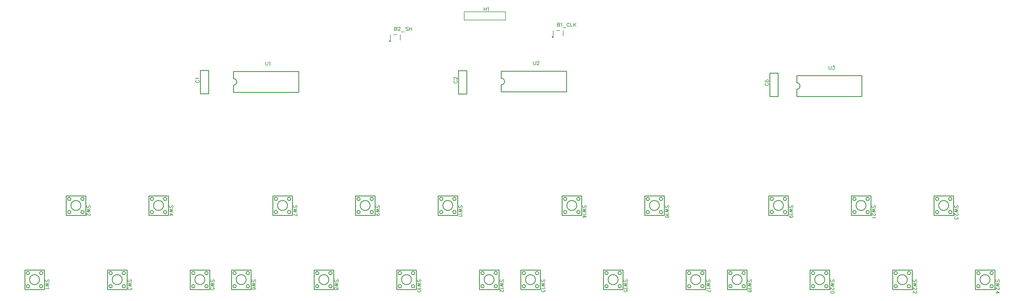
<source format=gto>
G04 Layer: TopSilkscreenLayer*
G04 EasyEDA v6.5.40, 2024-08-14 23:42:52*
G04 cb6e2e9fbd21486d88ae5690d2d3dc00,10*
G04 Gerber Generator version 0.2*
G04 Scale: 100 percent, Rotated: No, Reflected: No *
G04 Dimensions in millimeters *
G04 leading zeros omitted , absolute positions ,4 integer and 5 decimal *
%FSLAX45Y45*%
%MOMM*%

%ADD10C,0.1524*%
%ADD11C,0.2540*%
%ADD12C,0.2032*%
%ADD13C,0.2030*%
%ADD14C,0.3000*%
%ADD15C,0.0156*%

%LPD*%
D10*
X5739937Y4624532D02*
G01*
X5729546Y4619335D01*
X5719155Y4608944D01*
X5713961Y4598555D01*
X5713961Y4577773D01*
X5719155Y4567382D01*
X5729546Y4556991D01*
X5739937Y4551794D01*
X5755525Y4546600D01*
X5781502Y4546600D01*
X5797087Y4551794D01*
X5807478Y4556991D01*
X5817870Y4567382D01*
X5823064Y4577773D01*
X5823064Y4598555D01*
X5817870Y4608944D01*
X5807478Y4619335D01*
X5797087Y4624532D01*
X5734743Y4658822D02*
G01*
X5729546Y4669213D01*
X5713961Y4684798D01*
X5823064Y4684798D01*
X13673206Y4611832D02*
G01*
X13662814Y4606635D01*
X13652423Y4596244D01*
X13647229Y4585855D01*
X13647229Y4565073D01*
X13652423Y4554682D01*
X13662814Y4544291D01*
X13673206Y4539094D01*
X13688794Y4533900D01*
X13714770Y4533900D01*
X13730356Y4539094D01*
X13740747Y4544291D01*
X13751138Y4554682D01*
X13756332Y4565073D01*
X13756332Y4585855D01*
X13751138Y4596244D01*
X13740747Y4606635D01*
X13730356Y4611832D01*
X13673206Y4651316D02*
G01*
X13668011Y4651316D01*
X13657620Y4656513D01*
X13652423Y4661707D01*
X13647229Y4672098D01*
X13647229Y4692881D01*
X13652423Y4703272D01*
X13657620Y4708466D01*
X13668011Y4713663D01*
X13678402Y4713663D01*
X13688794Y4708466D01*
X13704379Y4698075D01*
X13756332Y4646122D01*
X13756332Y4718857D01*
X10082009Y-1596644D02*
G01*
X10092423Y-1586229D01*
X10097503Y-1570736D01*
X10097503Y-1549907D01*
X10092423Y-1534413D01*
X10082009Y-1524000D01*
X10071595Y-1524000D01*
X10061181Y-1529079D01*
X10055847Y-1534413D01*
X10050767Y-1544828D01*
X10040353Y-1576070D01*
X10035273Y-1586229D01*
X10029939Y-1591563D01*
X10019525Y-1596644D01*
X10004031Y-1596644D01*
X9993617Y-1586229D01*
X9988537Y-1570736D01*
X9988537Y-1549907D01*
X9993617Y-1534413D01*
X10004031Y-1524000D01*
X10097503Y-1630934D02*
G01*
X9988537Y-1657095D01*
X10097503Y-1683004D02*
G01*
X9988537Y-1657095D01*
X10097503Y-1683004D02*
G01*
X9988537Y-1708912D01*
X10097503Y-1734820D02*
G01*
X9988537Y-1708912D01*
X10097503Y-1795271D02*
G01*
X10092423Y-1779523D01*
X10082009Y-1774444D01*
X10071595Y-1774444D01*
X10061181Y-1779523D01*
X10055847Y-1789937D01*
X10050767Y-1810765D01*
X10045687Y-1826260D01*
X10035273Y-1836673D01*
X10024859Y-1842007D01*
X10009111Y-1842007D01*
X9998697Y-1836673D01*
X9993617Y-1831594D01*
X9988537Y-1816100D01*
X9988537Y-1795271D01*
X9993617Y-1779523D01*
X9998697Y-1774444D01*
X10009111Y-1769110D01*
X10024859Y-1769110D01*
X10035273Y-1774444D01*
X10045687Y-1784857D01*
X10050767Y-1800352D01*
X10055847Y-1821179D01*
X10061181Y-1831594D01*
X10071595Y-1836673D01*
X10082009Y-1836673D01*
X10092423Y-1831594D01*
X10097503Y-1816100D01*
X10097503Y-1795271D01*
X11352009Y689355D02*
G01*
X11362423Y699770D01*
X11367503Y715263D01*
X11367503Y736092D01*
X11362423Y751586D01*
X11352009Y762000D01*
X11341595Y762000D01*
X11331181Y756920D01*
X11325847Y751586D01*
X11320767Y741171D01*
X11310353Y709929D01*
X11305273Y699770D01*
X11299939Y694436D01*
X11289525Y689355D01*
X11274031Y689355D01*
X11263617Y699770D01*
X11258537Y715263D01*
X11258537Y736092D01*
X11263617Y751586D01*
X11274031Y762000D01*
X11367503Y655065D02*
G01*
X11258537Y628904D01*
X11367503Y602995D02*
G01*
X11258537Y628904D01*
X11367503Y602995D02*
G01*
X11258537Y577087D01*
X11367503Y551179D02*
G01*
X11258537Y577087D01*
X11331181Y449326D02*
G01*
X11315687Y454405D01*
X11305273Y464820D01*
X11299939Y480313D01*
X11299939Y485647D01*
X11305273Y501142D01*
X11315687Y511555D01*
X11331181Y516889D01*
X11336261Y516889D01*
X11352009Y511555D01*
X11362423Y501142D01*
X11367503Y485647D01*
X11367503Y480313D01*
X11362423Y464820D01*
X11352009Y454405D01*
X11331181Y449326D01*
X11305273Y449326D01*
X11279111Y454405D01*
X11263617Y464820D01*
X11258537Y480313D01*
X11258537Y490728D01*
X11263617Y506476D01*
X11274031Y511555D01*
X12622009Y-1596644D02*
G01*
X12632423Y-1586229D01*
X12637503Y-1570736D01*
X12637503Y-1549907D01*
X12632423Y-1534413D01*
X12622009Y-1524000D01*
X12611595Y-1524000D01*
X12601181Y-1529079D01*
X12595847Y-1534413D01*
X12590767Y-1544828D01*
X12580353Y-1576070D01*
X12575273Y-1586229D01*
X12569939Y-1591563D01*
X12559525Y-1596644D01*
X12544031Y-1596644D01*
X12533617Y-1586229D01*
X12528537Y-1570736D01*
X12528537Y-1549907D01*
X12533617Y-1534413D01*
X12544031Y-1524000D01*
X12637503Y-1630934D02*
G01*
X12528537Y-1657095D01*
X12637503Y-1683004D02*
G01*
X12528537Y-1657095D01*
X12637503Y-1683004D02*
G01*
X12528537Y-1708912D01*
X12637503Y-1734820D02*
G01*
X12528537Y-1708912D01*
X12616675Y-1769110D02*
G01*
X12622009Y-1779523D01*
X12637503Y-1795271D01*
X12528537Y-1795271D01*
X12637503Y-1860550D02*
G01*
X12632423Y-1845055D01*
X12616675Y-1834642D01*
X12590767Y-1829562D01*
X12575273Y-1829562D01*
X12549111Y-1834642D01*
X12533617Y-1845055D01*
X12528537Y-1860550D01*
X12528537Y-1870963D01*
X12533617Y-1886712D01*
X12549111Y-1897126D01*
X12575273Y-1902205D01*
X12590767Y-1902205D01*
X12616675Y-1897126D01*
X12632423Y-1886712D01*
X12637503Y-1870963D01*
X12637503Y-1860550D01*
X13892009Y689355D02*
G01*
X13902423Y699770D01*
X13907503Y715263D01*
X13907503Y736092D01*
X13902423Y751586D01*
X13892009Y762000D01*
X13881595Y762000D01*
X13871181Y756920D01*
X13865847Y751586D01*
X13860767Y741171D01*
X13850353Y709929D01*
X13845273Y699770D01*
X13839939Y694436D01*
X13829525Y689355D01*
X13814031Y689355D01*
X13803617Y699770D01*
X13798537Y715263D01*
X13798537Y736092D01*
X13803617Y751586D01*
X13814031Y762000D01*
X13907503Y655065D02*
G01*
X13798537Y628904D01*
X13907503Y602995D02*
G01*
X13798537Y628904D01*
X13907503Y602995D02*
G01*
X13798537Y577087D01*
X13907503Y551179D02*
G01*
X13798537Y577087D01*
X13886675Y516889D02*
G01*
X13892009Y506476D01*
X13907503Y490728D01*
X13798537Y490728D01*
X13886675Y456437D02*
G01*
X13892009Y446023D01*
X13907503Y430529D01*
X13798537Y430529D01*
X15162009Y-1596644D02*
G01*
X15172423Y-1586229D01*
X15177503Y-1570736D01*
X15177503Y-1549907D01*
X15172423Y-1534413D01*
X15162009Y-1524000D01*
X15151595Y-1524000D01*
X15141181Y-1529079D01*
X15135847Y-1534413D01*
X15130767Y-1544828D01*
X15120353Y-1576070D01*
X15115273Y-1586229D01*
X15109939Y-1591563D01*
X15099525Y-1596644D01*
X15084031Y-1596644D01*
X15073617Y-1586229D01*
X15068537Y-1570736D01*
X15068537Y-1549907D01*
X15073617Y-1534413D01*
X15084031Y-1524000D01*
X15177503Y-1630934D02*
G01*
X15068537Y-1657095D01*
X15177503Y-1683004D02*
G01*
X15068537Y-1657095D01*
X15177503Y-1683004D02*
G01*
X15068537Y-1708912D01*
X15177503Y-1734820D02*
G01*
X15068537Y-1708912D01*
X15156675Y-1769110D02*
G01*
X15162009Y-1779523D01*
X15177503Y-1795271D01*
X15068537Y-1795271D01*
X15151595Y-1834642D02*
G01*
X15156675Y-1834642D01*
X15167089Y-1839976D01*
X15172423Y-1845055D01*
X15177503Y-1855470D01*
X15177503Y-1876297D01*
X15172423Y-1886712D01*
X15167089Y-1891792D01*
X15156675Y-1897126D01*
X15146261Y-1897126D01*
X15135847Y-1891792D01*
X15120353Y-1881378D01*
X15068537Y-1829562D01*
X15068537Y-1902205D01*
X16432009Y-1596644D02*
G01*
X16442423Y-1586229D01*
X16447503Y-1570736D01*
X16447503Y-1549907D01*
X16442423Y-1534413D01*
X16432009Y-1524000D01*
X16421595Y-1524000D01*
X16411181Y-1529079D01*
X16405847Y-1534413D01*
X16400767Y-1544828D01*
X16390353Y-1576070D01*
X16385273Y-1586229D01*
X16379939Y-1591563D01*
X16369525Y-1596644D01*
X16354031Y-1596644D01*
X16343617Y-1586229D01*
X16338537Y-1570736D01*
X16338537Y-1549907D01*
X16343617Y-1534413D01*
X16354031Y-1524000D01*
X16447503Y-1630934D02*
G01*
X16338537Y-1657095D01*
X16447503Y-1683004D02*
G01*
X16338537Y-1657095D01*
X16447503Y-1683004D02*
G01*
X16338537Y-1708912D01*
X16447503Y-1734820D02*
G01*
X16338537Y-1708912D01*
X16426675Y-1769110D02*
G01*
X16432009Y-1779523D01*
X16447503Y-1795271D01*
X16338537Y-1795271D01*
X16447503Y-1839976D02*
G01*
X16447503Y-1897126D01*
X16405847Y-1865884D01*
X16405847Y-1881378D01*
X16400767Y-1891792D01*
X16395687Y-1897126D01*
X16379939Y-1902205D01*
X16369525Y-1902205D01*
X16354031Y-1897126D01*
X16343617Y-1886712D01*
X16338537Y-1870963D01*
X16338537Y-1855470D01*
X16343617Y-1839976D01*
X16348697Y-1834642D01*
X16359111Y-1829562D01*
X17702009Y689355D02*
G01*
X17712423Y699770D01*
X17717503Y715263D01*
X17717503Y736092D01*
X17712423Y751586D01*
X17702009Y762000D01*
X17691595Y762000D01*
X17681181Y756920D01*
X17675847Y751586D01*
X17670767Y741171D01*
X17660353Y709929D01*
X17655273Y699770D01*
X17649939Y694436D01*
X17639525Y689355D01*
X17624031Y689355D01*
X17613617Y699770D01*
X17608537Y715263D01*
X17608537Y736092D01*
X17613617Y751586D01*
X17624031Y762000D01*
X17717503Y655065D02*
G01*
X17608537Y628904D01*
X17717503Y602995D02*
G01*
X17608537Y628904D01*
X17717503Y602995D02*
G01*
X17608537Y577087D01*
X17717503Y551179D02*
G01*
X17608537Y577087D01*
X17696675Y516889D02*
G01*
X17702009Y506476D01*
X17717503Y490728D01*
X17608537Y490728D01*
X17717503Y404621D02*
G01*
X17644859Y456437D01*
X17644859Y378460D01*
X17717503Y404621D02*
G01*
X17608537Y404621D01*
X18972009Y-1596644D02*
G01*
X18982423Y-1586229D01*
X18987503Y-1570736D01*
X18987503Y-1549907D01*
X18982423Y-1534413D01*
X18972009Y-1524000D01*
X18961595Y-1524000D01*
X18951181Y-1529079D01*
X18945847Y-1534413D01*
X18940767Y-1544828D01*
X18930353Y-1576070D01*
X18925273Y-1586229D01*
X18919939Y-1591563D01*
X18909525Y-1596644D01*
X18894031Y-1596644D01*
X18883617Y-1586229D01*
X18878537Y-1570736D01*
X18878537Y-1549907D01*
X18883617Y-1534413D01*
X18894031Y-1524000D01*
X18987503Y-1630934D02*
G01*
X18878537Y-1657095D01*
X18987503Y-1683004D02*
G01*
X18878537Y-1657095D01*
X18987503Y-1683004D02*
G01*
X18878537Y-1708912D01*
X18987503Y-1734820D02*
G01*
X18878537Y-1708912D01*
X18966675Y-1769110D02*
G01*
X18972009Y-1779523D01*
X18987503Y-1795271D01*
X18878537Y-1795271D01*
X18987503Y-1891792D02*
G01*
X18987503Y-1839976D01*
X18940767Y-1834642D01*
X18945847Y-1839976D01*
X18951181Y-1855470D01*
X18951181Y-1870963D01*
X18945847Y-1886712D01*
X18935687Y-1897126D01*
X18919939Y-1902205D01*
X18909525Y-1902205D01*
X18894031Y-1897126D01*
X18883617Y-1886712D01*
X18878537Y-1870963D01*
X18878537Y-1855470D01*
X18883617Y-1839976D01*
X18888697Y-1834642D01*
X18899111Y-1829562D01*
X20242009Y689355D02*
G01*
X20252423Y699770D01*
X20257503Y715263D01*
X20257503Y736092D01*
X20252423Y751586D01*
X20242009Y762000D01*
X20231595Y762000D01*
X20221181Y756920D01*
X20215847Y751586D01*
X20210767Y741171D01*
X20200353Y709929D01*
X20195273Y699770D01*
X20189939Y694436D01*
X20179525Y689355D01*
X20164031Y689355D01*
X20153617Y699770D01*
X20148537Y715263D01*
X20148537Y736092D01*
X20153617Y751586D01*
X20164031Y762000D01*
X20257503Y655065D02*
G01*
X20148537Y628904D01*
X20257503Y602995D02*
G01*
X20148537Y628904D01*
X20257503Y602995D02*
G01*
X20148537Y577087D01*
X20257503Y551179D02*
G01*
X20148537Y577087D01*
X20236675Y516889D02*
G01*
X20242009Y506476D01*
X20257503Y490728D01*
X20148537Y490728D01*
X20242009Y394207D02*
G01*
X20252423Y399287D01*
X20257503Y415036D01*
X20257503Y425450D01*
X20252423Y440944D01*
X20236675Y451357D01*
X20210767Y456437D01*
X20184859Y456437D01*
X20164031Y451357D01*
X20153617Y440944D01*
X20148537Y425450D01*
X20148537Y420115D01*
X20153617Y404621D01*
X20164031Y394207D01*
X20179525Y388873D01*
X20184859Y388873D01*
X20200353Y394207D01*
X20210767Y404621D01*
X20215847Y420115D01*
X20215847Y425450D01*
X20210767Y440944D01*
X20200353Y451357D01*
X20184859Y456437D01*
X21512009Y-1596644D02*
G01*
X21522423Y-1586229D01*
X21527503Y-1570736D01*
X21527503Y-1549907D01*
X21522423Y-1534413D01*
X21512009Y-1524000D01*
X21501595Y-1524000D01*
X21491181Y-1529079D01*
X21485847Y-1534413D01*
X21480767Y-1544828D01*
X21470353Y-1576070D01*
X21465273Y-1586229D01*
X21459939Y-1591563D01*
X21449525Y-1596644D01*
X21434031Y-1596644D01*
X21423617Y-1586229D01*
X21418537Y-1570736D01*
X21418537Y-1549907D01*
X21423617Y-1534413D01*
X21434031Y-1524000D01*
X21527503Y-1630934D02*
G01*
X21418537Y-1657095D01*
X21527503Y-1683004D02*
G01*
X21418537Y-1657095D01*
X21527503Y-1683004D02*
G01*
X21418537Y-1708912D01*
X21527503Y-1734820D02*
G01*
X21418537Y-1708912D01*
X21506675Y-1769110D02*
G01*
X21512009Y-1779523D01*
X21527503Y-1795271D01*
X21418537Y-1795271D01*
X21527503Y-1902205D02*
G01*
X21418537Y-1850389D01*
X21527503Y-1829562D02*
G01*
X21527503Y-1902205D01*
X22782009Y-1596644D02*
G01*
X22792423Y-1586229D01*
X22797503Y-1570736D01*
X22797503Y-1549907D01*
X22792423Y-1534413D01*
X22782009Y-1524000D01*
X22771595Y-1524000D01*
X22761181Y-1529079D01*
X22755847Y-1534413D01*
X22750767Y-1544828D01*
X22740353Y-1576070D01*
X22735273Y-1586229D01*
X22729939Y-1591563D01*
X22719525Y-1596644D01*
X22704031Y-1596644D01*
X22693617Y-1586229D01*
X22688537Y-1570736D01*
X22688537Y-1549907D01*
X22693617Y-1534413D01*
X22704031Y-1524000D01*
X22797503Y-1630934D02*
G01*
X22688537Y-1657095D01*
X22797503Y-1683004D02*
G01*
X22688537Y-1657095D01*
X22797503Y-1683004D02*
G01*
X22688537Y-1708912D01*
X22797503Y-1734820D02*
G01*
X22688537Y-1708912D01*
X22776675Y-1769110D02*
G01*
X22782009Y-1779523D01*
X22797503Y-1795271D01*
X22688537Y-1795271D01*
X22797503Y-1855470D02*
G01*
X22792423Y-1839976D01*
X22782009Y-1834642D01*
X22771595Y-1834642D01*
X22761181Y-1839976D01*
X22755847Y-1850389D01*
X22750767Y-1870963D01*
X22745687Y-1886712D01*
X22735273Y-1897126D01*
X22724859Y-1902205D01*
X22709111Y-1902205D01*
X22698697Y-1897126D01*
X22693617Y-1891792D01*
X22688537Y-1876297D01*
X22688537Y-1855470D01*
X22693617Y-1839976D01*
X22698697Y-1834642D01*
X22709111Y-1829562D01*
X22724859Y-1829562D01*
X22735273Y-1834642D01*
X22745687Y-1845055D01*
X22750767Y-1860550D01*
X22755847Y-1881378D01*
X22761181Y-1891792D01*
X22771595Y-1897126D01*
X22782009Y-1897126D01*
X22792423Y-1891792D01*
X22797503Y-1876297D01*
X22797503Y-1855470D01*
X24052009Y689355D02*
G01*
X24062423Y699770D01*
X24067503Y715263D01*
X24067503Y736092D01*
X24062423Y751586D01*
X24052009Y762000D01*
X24041595Y762000D01*
X24031181Y756920D01*
X24025847Y751586D01*
X24020767Y741171D01*
X24010353Y709929D01*
X24005273Y699770D01*
X23999939Y694436D01*
X23989525Y689355D01*
X23974031Y689355D01*
X23963617Y699770D01*
X23958537Y715263D01*
X23958537Y736092D01*
X23963617Y751586D01*
X23974031Y762000D01*
X24067503Y655065D02*
G01*
X23958537Y628904D01*
X24067503Y602995D02*
G01*
X23958537Y628904D01*
X24067503Y602995D02*
G01*
X23958537Y577087D01*
X24067503Y551179D02*
G01*
X23958537Y577087D01*
X24046675Y516889D02*
G01*
X24052009Y506476D01*
X24067503Y490728D01*
X23958537Y490728D01*
X24031181Y388873D02*
G01*
X24015687Y394207D01*
X24005273Y404621D01*
X23999939Y420115D01*
X23999939Y425450D01*
X24005273Y440944D01*
X24015687Y451357D01*
X24031181Y456437D01*
X24036261Y456437D01*
X24052009Y451357D01*
X24062423Y440944D01*
X24067503Y425450D01*
X24067503Y420115D01*
X24062423Y404621D01*
X24052009Y394207D01*
X24031181Y388873D01*
X24005273Y388873D01*
X23979111Y394207D01*
X23963617Y404621D01*
X23958537Y420115D01*
X23958537Y430529D01*
X23963617Y446023D01*
X23974031Y451357D01*
X25322009Y-1596644D02*
G01*
X25332423Y-1586229D01*
X25337503Y-1570736D01*
X25337503Y-1549907D01*
X25332423Y-1534413D01*
X25322009Y-1524000D01*
X25311595Y-1524000D01*
X25301181Y-1529079D01*
X25295847Y-1534413D01*
X25290767Y-1544828D01*
X25280353Y-1576070D01*
X25275273Y-1586229D01*
X25269939Y-1591563D01*
X25259525Y-1596644D01*
X25244031Y-1596644D01*
X25233617Y-1586229D01*
X25228537Y-1570736D01*
X25228537Y-1549907D01*
X25233617Y-1534413D01*
X25244031Y-1524000D01*
X25337503Y-1630934D02*
G01*
X25228537Y-1657095D01*
X25337503Y-1683004D02*
G01*
X25228537Y-1657095D01*
X25337503Y-1683004D02*
G01*
X25228537Y-1708912D01*
X25337503Y-1734820D02*
G01*
X25228537Y-1708912D01*
X25311595Y-1774444D02*
G01*
X25316675Y-1774444D01*
X25327089Y-1779523D01*
X25332423Y-1784857D01*
X25337503Y-1795271D01*
X25337503Y-1816100D01*
X25332423Y-1826260D01*
X25327089Y-1831594D01*
X25316675Y-1836673D01*
X25306261Y-1836673D01*
X25295847Y-1831594D01*
X25280353Y-1821179D01*
X25228537Y-1769110D01*
X25228537Y-1842007D01*
X25337503Y-1907539D02*
G01*
X25332423Y-1891792D01*
X25316675Y-1881378D01*
X25290767Y-1876297D01*
X25275273Y-1876297D01*
X25249111Y-1881378D01*
X25233617Y-1891792D01*
X25228537Y-1907539D01*
X25228537Y-1917700D01*
X25233617Y-1933447D01*
X25249111Y-1943862D01*
X25275273Y-1948942D01*
X25290767Y-1948942D01*
X25316675Y-1943862D01*
X25332423Y-1933447D01*
X25337503Y-1917700D01*
X25337503Y-1907539D01*
X26592009Y689355D02*
G01*
X26602423Y699770D01*
X26607503Y715263D01*
X26607503Y736092D01*
X26602423Y751586D01*
X26592009Y762000D01*
X26581595Y762000D01*
X26571181Y756920D01*
X26565847Y751586D01*
X26560767Y741171D01*
X26550353Y709929D01*
X26545273Y699770D01*
X26539939Y694436D01*
X26529525Y689355D01*
X26514031Y689355D01*
X26503617Y699770D01*
X26498537Y715263D01*
X26498537Y736092D01*
X26503617Y751586D01*
X26514031Y762000D01*
X26607503Y655065D02*
G01*
X26498537Y628904D01*
X26607503Y602995D02*
G01*
X26498537Y628904D01*
X26607503Y602995D02*
G01*
X26498537Y577087D01*
X26607503Y551179D02*
G01*
X26498537Y577087D01*
X26581595Y511555D02*
G01*
X26586675Y511555D01*
X26597089Y506476D01*
X26602423Y501142D01*
X26607503Y490728D01*
X26607503Y469900D01*
X26602423Y459739D01*
X26597089Y454405D01*
X26586675Y449326D01*
X26576261Y449326D01*
X26565847Y454405D01*
X26550353Y464820D01*
X26498537Y516889D01*
X26498537Y443992D01*
X26586675Y409702D02*
G01*
X26592009Y399287D01*
X26607503Y383794D01*
X26498537Y383794D01*
X27862009Y-1596644D02*
G01*
X27872423Y-1586229D01*
X27877503Y-1570736D01*
X27877503Y-1549907D01*
X27872423Y-1534413D01*
X27862009Y-1524000D01*
X27851595Y-1524000D01*
X27841181Y-1529079D01*
X27835847Y-1534413D01*
X27830767Y-1544828D01*
X27820353Y-1576070D01*
X27815273Y-1586229D01*
X27809939Y-1591563D01*
X27799525Y-1596644D01*
X27784031Y-1596644D01*
X27773617Y-1586229D01*
X27768537Y-1570736D01*
X27768537Y-1549907D01*
X27773617Y-1534413D01*
X27784031Y-1524000D01*
X27877503Y-1630934D02*
G01*
X27768537Y-1657095D01*
X27877503Y-1683004D02*
G01*
X27768537Y-1657095D01*
X27877503Y-1683004D02*
G01*
X27768537Y-1708912D01*
X27877503Y-1734820D02*
G01*
X27768537Y-1708912D01*
X27851595Y-1774444D02*
G01*
X27856675Y-1774444D01*
X27867089Y-1779523D01*
X27872423Y-1784857D01*
X27877503Y-1795271D01*
X27877503Y-1816100D01*
X27872423Y-1826260D01*
X27867089Y-1831594D01*
X27856675Y-1836673D01*
X27846261Y-1836673D01*
X27835847Y-1831594D01*
X27820353Y-1821179D01*
X27768537Y-1769110D01*
X27768537Y-1842007D01*
X27851595Y-1881378D02*
G01*
X27856675Y-1881378D01*
X27867089Y-1886712D01*
X27872423Y-1891792D01*
X27877503Y-1902205D01*
X27877503Y-1923034D01*
X27872423Y-1933447D01*
X27867089Y-1938528D01*
X27856675Y-1943862D01*
X27846261Y-1943862D01*
X27835847Y-1938528D01*
X27820353Y-1928113D01*
X27768537Y-1876297D01*
X27768537Y-1948942D01*
X29132009Y689355D02*
G01*
X29142423Y699770D01*
X29147503Y715263D01*
X29147503Y736092D01*
X29142423Y751586D01*
X29132009Y762000D01*
X29121595Y762000D01*
X29111181Y756920D01*
X29105847Y751586D01*
X29100767Y741171D01*
X29090353Y709929D01*
X29085273Y699770D01*
X29079939Y694436D01*
X29069525Y689355D01*
X29054031Y689355D01*
X29043617Y699770D01*
X29038537Y715263D01*
X29038537Y736092D01*
X29043617Y751586D01*
X29054031Y762000D01*
X29147503Y655065D02*
G01*
X29038537Y628904D01*
X29147503Y602995D02*
G01*
X29038537Y628904D01*
X29147503Y602995D02*
G01*
X29038537Y577087D01*
X29147503Y551179D02*
G01*
X29038537Y577087D01*
X29121595Y511555D02*
G01*
X29126675Y511555D01*
X29137089Y506476D01*
X29142423Y501142D01*
X29147503Y490728D01*
X29147503Y469900D01*
X29142423Y459739D01*
X29137089Y454405D01*
X29126675Y449326D01*
X29116261Y449326D01*
X29105847Y454405D01*
X29090353Y464820D01*
X29038537Y516889D01*
X29038537Y443992D01*
X29147503Y399287D02*
G01*
X29147503Y342137D01*
X29105847Y373379D01*
X29105847Y357886D01*
X29100767Y347471D01*
X29095687Y342137D01*
X29079939Y337057D01*
X29069525Y337057D01*
X29054031Y342137D01*
X29043617Y352552D01*
X29038537Y368300D01*
X29038537Y383794D01*
X29043617Y399287D01*
X29048697Y404621D01*
X29059111Y409702D01*
X30402009Y-1596644D02*
G01*
X30412423Y-1586229D01*
X30417503Y-1570736D01*
X30417503Y-1549907D01*
X30412423Y-1534413D01*
X30402009Y-1524000D01*
X30391595Y-1524000D01*
X30381181Y-1529079D01*
X30375847Y-1534413D01*
X30370767Y-1544828D01*
X30360353Y-1576070D01*
X30355273Y-1586229D01*
X30349939Y-1591563D01*
X30339525Y-1596644D01*
X30324031Y-1596644D01*
X30313617Y-1586229D01*
X30308537Y-1570736D01*
X30308537Y-1549907D01*
X30313617Y-1534413D01*
X30324031Y-1524000D01*
X30417503Y-1630934D02*
G01*
X30308537Y-1657095D01*
X30417503Y-1683004D02*
G01*
X30308537Y-1657095D01*
X30417503Y-1683004D02*
G01*
X30308537Y-1708912D01*
X30417503Y-1734820D02*
G01*
X30308537Y-1708912D01*
X30391595Y-1774444D02*
G01*
X30396675Y-1774444D01*
X30407089Y-1779523D01*
X30412423Y-1784857D01*
X30417503Y-1795271D01*
X30417503Y-1816100D01*
X30412423Y-1826260D01*
X30407089Y-1831594D01*
X30396675Y-1836673D01*
X30386261Y-1836673D01*
X30375847Y-1831594D01*
X30360353Y-1821179D01*
X30308537Y-1769110D01*
X30308537Y-1842007D01*
X30417503Y-1928113D02*
G01*
X30344859Y-1876297D01*
X30344859Y-1954276D01*
X30417503Y-1928113D02*
G01*
X30308537Y-1928113D01*
X1192009Y-1596669D02*
G01*
X1202423Y-1586255D01*
X1207503Y-1570761D01*
X1207503Y-1549933D01*
X1202423Y-1534439D01*
X1192009Y-1524025D01*
X1181595Y-1524025D01*
X1171181Y-1529105D01*
X1165847Y-1534439D01*
X1160767Y-1544853D01*
X1150353Y-1575841D01*
X1145273Y-1586255D01*
X1139939Y-1591589D01*
X1129525Y-1596669D01*
X1114031Y-1596669D01*
X1103617Y-1586255D01*
X1098537Y-1570761D01*
X1098537Y-1549933D01*
X1103617Y-1534439D01*
X1114031Y-1524025D01*
X1207503Y-1630959D02*
G01*
X1098537Y-1657121D01*
X1207503Y-1683029D02*
G01*
X1098537Y-1657121D01*
X1207503Y-1683029D02*
G01*
X1098537Y-1708937D01*
X1207503Y-1734845D02*
G01*
X1098537Y-1708937D01*
X1186675Y-1769135D02*
G01*
X1192009Y-1779549D01*
X1207503Y-1795297D01*
X1098537Y-1795297D01*
X2462009Y689355D02*
G01*
X2472423Y699770D01*
X2477503Y715263D01*
X2477503Y736092D01*
X2472423Y751586D01*
X2462009Y762000D01*
X2451595Y762000D01*
X2441181Y756920D01*
X2435847Y751586D01*
X2430767Y741171D01*
X2420353Y709929D01*
X2415273Y699770D01*
X2409939Y694436D01*
X2399525Y689355D01*
X2384031Y689355D01*
X2373617Y699770D01*
X2368283Y715263D01*
X2368283Y736092D01*
X2373617Y751586D01*
X2384031Y762000D01*
X2477503Y655065D02*
G01*
X2368283Y628904D01*
X2477503Y602995D02*
G01*
X2368283Y628904D01*
X2477503Y602995D02*
G01*
X2368283Y577087D01*
X2477503Y551179D02*
G01*
X2368283Y577087D01*
X2451595Y511555D02*
G01*
X2456675Y511555D01*
X2467089Y506476D01*
X2472423Y501142D01*
X2477503Y490728D01*
X2477503Y469900D01*
X2472423Y459739D01*
X2467089Y454405D01*
X2456675Y449326D01*
X2446261Y449326D01*
X2435847Y454405D01*
X2420353Y464820D01*
X2368283Y516889D01*
X2368283Y443992D01*
X3732009Y-1596644D02*
G01*
X3742423Y-1586229D01*
X3747503Y-1570736D01*
X3747503Y-1549907D01*
X3742423Y-1534413D01*
X3732009Y-1524000D01*
X3721595Y-1524000D01*
X3711181Y-1529079D01*
X3705847Y-1534413D01*
X3700767Y-1544828D01*
X3690353Y-1576070D01*
X3685273Y-1586229D01*
X3679939Y-1591563D01*
X3669525Y-1596644D01*
X3654031Y-1596644D01*
X3643617Y-1586229D01*
X3638283Y-1570736D01*
X3638283Y-1549907D01*
X3643617Y-1534413D01*
X3654031Y-1524000D01*
X3747503Y-1630934D02*
G01*
X3638283Y-1657095D01*
X3747503Y-1683004D02*
G01*
X3638283Y-1657095D01*
X3747503Y-1683004D02*
G01*
X3638283Y-1708912D01*
X3747503Y-1734820D02*
G01*
X3638283Y-1708912D01*
X3747503Y-1779523D02*
G01*
X3747503Y-1836673D01*
X3705847Y-1805686D01*
X3705847Y-1821179D01*
X3700767Y-1831594D01*
X3695433Y-1836673D01*
X3679939Y-1842007D01*
X3669525Y-1842007D01*
X3654031Y-1836673D01*
X3643617Y-1826260D01*
X3638283Y-1810765D01*
X3638283Y-1795271D01*
X3643617Y-1779523D01*
X3648697Y-1774444D01*
X3659111Y-1769110D01*
X5002009Y689355D02*
G01*
X5012423Y699770D01*
X5017503Y715263D01*
X5017503Y736092D01*
X5012423Y751586D01*
X5002009Y762000D01*
X4991595Y762000D01*
X4981181Y756920D01*
X4975847Y751586D01*
X4970767Y741171D01*
X4960353Y709929D01*
X4955273Y699770D01*
X4949939Y694436D01*
X4939525Y689355D01*
X4924031Y689355D01*
X4913617Y699770D01*
X4908283Y715263D01*
X4908283Y736092D01*
X4913617Y751586D01*
X4924031Y762000D01*
X5017503Y655065D02*
G01*
X4908283Y628904D01*
X5017503Y602995D02*
G01*
X4908283Y628904D01*
X5017503Y602995D02*
G01*
X4908283Y577087D01*
X5017503Y551179D02*
G01*
X4908283Y577087D01*
X5017503Y464820D02*
G01*
X4944859Y516889D01*
X4944859Y438912D01*
X5017503Y464820D02*
G01*
X4908283Y464820D01*
X6272009Y-1596644D02*
G01*
X6282423Y-1586229D01*
X6287503Y-1570736D01*
X6287503Y-1549907D01*
X6282423Y-1534413D01*
X6272009Y-1524000D01*
X6261595Y-1524000D01*
X6251181Y-1529079D01*
X6245847Y-1534413D01*
X6240767Y-1544828D01*
X6230353Y-1576070D01*
X6225273Y-1586229D01*
X6219939Y-1591563D01*
X6209525Y-1596644D01*
X6194031Y-1596644D01*
X6183617Y-1586229D01*
X6178283Y-1570736D01*
X6178283Y-1549907D01*
X6183617Y-1534413D01*
X6194031Y-1524000D01*
X6287503Y-1630934D02*
G01*
X6178283Y-1657095D01*
X6287503Y-1683004D02*
G01*
X6178283Y-1657095D01*
X6287503Y-1683004D02*
G01*
X6178283Y-1708912D01*
X6287503Y-1734820D02*
G01*
X6178283Y-1708912D01*
X6287503Y-1831594D02*
G01*
X6287503Y-1779523D01*
X6240767Y-1774444D01*
X6245847Y-1779523D01*
X6251181Y-1795271D01*
X6251181Y-1810765D01*
X6245847Y-1826260D01*
X6235433Y-1836673D01*
X6219939Y-1842007D01*
X6209525Y-1842007D01*
X6194031Y-1836673D01*
X6183617Y-1826260D01*
X6178283Y-1810765D01*
X6178283Y-1795271D01*
X6183617Y-1779523D01*
X6188697Y-1774444D01*
X6199111Y-1769110D01*
X7542009Y-1596644D02*
G01*
X7552423Y-1586229D01*
X7557503Y-1570736D01*
X7557503Y-1549907D01*
X7552423Y-1534413D01*
X7542009Y-1524000D01*
X7531595Y-1524000D01*
X7521181Y-1529079D01*
X7515847Y-1534413D01*
X7510767Y-1544828D01*
X7500353Y-1576070D01*
X7495273Y-1586229D01*
X7489939Y-1591563D01*
X7479525Y-1596644D01*
X7464031Y-1596644D01*
X7453617Y-1586229D01*
X7448283Y-1570736D01*
X7448283Y-1549907D01*
X7453617Y-1534413D01*
X7464031Y-1524000D01*
X7557503Y-1630934D02*
G01*
X7448283Y-1657095D01*
X7557503Y-1683004D02*
G01*
X7448283Y-1657095D01*
X7557503Y-1683004D02*
G01*
X7448283Y-1708912D01*
X7557503Y-1734820D02*
G01*
X7448283Y-1708912D01*
X7542009Y-1831594D02*
G01*
X7552423Y-1826260D01*
X7557503Y-1810765D01*
X7557503Y-1800352D01*
X7552423Y-1784857D01*
X7536675Y-1774444D01*
X7510767Y-1769110D01*
X7484859Y-1769110D01*
X7464031Y-1774444D01*
X7453617Y-1784857D01*
X7448283Y-1800352D01*
X7448283Y-1805686D01*
X7453617Y-1821179D01*
X7464031Y-1831594D01*
X7479525Y-1836673D01*
X7484859Y-1836673D01*
X7500353Y-1831594D01*
X7510767Y-1821179D01*
X7515847Y-1805686D01*
X7515847Y-1800352D01*
X7510767Y-1784857D01*
X7500353Y-1774444D01*
X7484859Y-1769110D01*
X8812009Y689355D02*
G01*
X8822423Y699770D01*
X8827503Y715263D01*
X8827503Y736092D01*
X8822423Y751586D01*
X8812009Y762000D01*
X8801595Y762000D01*
X8791181Y756920D01*
X8785847Y751586D01*
X8780767Y741171D01*
X8770353Y709929D01*
X8765273Y699770D01*
X8759939Y694436D01*
X8749525Y689355D01*
X8734031Y689355D01*
X8723617Y699770D01*
X8718283Y715263D01*
X8718283Y736092D01*
X8723617Y751586D01*
X8734031Y762000D01*
X8827503Y655065D02*
G01*
X8718283Y628904D01*
X8827503Y602995D02*
G01*
X8718283Y628904D01*
X8827503Y602995D02*
G01*
X8718283Y577087D01*
X8827503Y551179D02*
G01*
X8718283Y577087D01*
X8827503Y443992D02*
G01*
X8718283Y496062D01*
X8827503Y516889D02*
G01*
X8827503Y443992D01*
X23240491Y4535678D02*
G01*
X23230077Y4530344D01*
X23219663Y4519929D01*
X23214584Y4509770D01*
X23214584Y4488942D01*
X23219663Y4478528D01*
X23230077Y4468113D01*
X23240491Y4462779D01*
X23256240Y4457700D01*
X23282148Y4457700D01*
X23297641Y4462779D01*
X23308056Y4468113D01*
X23318470Y4478528D01*
X23323550Y4488942D01*
X23323550Y4509770D01*
X23318470Y4519929D01*
X23308056Y4530344D01*
X23297641Y4535678D01*
X23230077Y4632197D02*
G01*
X23219663Y4627118D01*
X23214584Y4611370D01*
X23214584Y4601210D01*
X23219663Y4585462D01*
X23235411Y4575047D01*
X23261320Y4569968D01*
X23287227Y4569968D01*
X23308056Y4575047D01*
X23318470Y4585462D01*
X23323550Y4601210D01*
X23323550Y4606289D01*
X23318470Y4621784D01*
X23308056Y4632197D01*
X23292561Y4637531D01*
X23287227Y4637531D01*
X23271734Y4632197D01*
X23261320Y4621784D01*
X23256240Y4606289D01*
X23256240Y4601210D01*
X23261320Y4585462D01*
X23271734Y4575047D01*
X23287227Y4569968D01*
X7862163Y5191937D02*
G01*
X7862163Y5113959D01*
X7867243Y5098465D01*
X7877657Y5088051D01*
X7893405Y5082971D01*
X7903819Y5082971D01*
X7919313Y5088051D01*
X7929727Y5098465D01*
X7934807Y5113959D01*
X7934807Y5191937D01*
X7969097Y5171109D02*
G01*
X7979511Y5176443D01*
X7995259Y5191937D01*
X7995259Y5082971D01*
X16091763Y5204637D02*
G01*
X16091763Y5126659D01*
X16096843Y5111165D01*
X16107257Y5100751D01*
X16123005Y5095671D01*
X16133419Y5095671D01*
X16148913Y5100751D01*
X16159327Y5111165D01*
X16164407Y5126659D01*
X16164407Y5204637D01*
X16204031Y5178729D02*
G01*
X16204031Y5183809D01*
X16209111Y5194223D01*
X16214445Y5199557D01*
X16224859Y5204637D01*
X16245433Y5204637D01*
X16255847Y5199557D01*
X16261181Y5194223D01*
X16266261Y5183809D01*
X16266261Y5173395D01*
X16261181Y5162981D01*
X16250767Y5147487D01*
X16198697Y5095671D01*
X16271595Y5095671D01*
X25172263Y5064937D02*
G01*
X25172263Y4986959D01*
X25177343Y4971465D01*
X25187757Y4961051D01*
X25203505Y4955971D01*
X25213919Y4955971D01*
X25229413Y4961051D01*
X25239827Y4971465D01*
X25244907Y4986959D01*
X25244907Y5064937D01*
X25289611Y5064937D02*
G01*
X25346761Y5064937D01*
X25315773Y5023281D01*
X25331267Y5023281D01*
X25341681Y5018201D01*
X25346761Y5013121D01*
X25352095Y4997373D01*
X25352095Y4986959D01*
X25346761Y4971465D01*
X25336347Y4961051D01*
X25320853Y4955971D01*
X25305359Y4955971D01*
X25289611Y4961051D01*
X25284531Y4966131D01*
X25279197Y4976545D01*
X16827500Y6389115D02*
G01*
X16827500Y6280150D01*
X16827500Y6389115D02*
G01*
X16874236Y6389115D01*
X16889729Y6384036D01*
X16895063Y6378702D01*
X16900143Y6368287D01*
X16900143Y6357873D01*
X16895063Y6347460D01*
X16889729Y6342379D01*
X16874236Y6337300D01*
X16827500Y6337300D02*
G01*
X16874236Y6337300D01*
X16889729Y6331965D01*
X16895063Y6326886D01*
X16900143Y6316471D01*
X16900143Y6300723D01*
X16895063Y6290310D01*
X16889729Y6285229D01*
X16874236Y6280150D01*
X16827500Y6280150D01*
X16934434Y6368287D02*
G01*
X16944848Y6373621D01*
X16960595Y6389115D01*
X16960595Y6280150D01*
X16994886Y6243573D02*
G01*
X17088358Y6243573D01*
X17200625Y6363207D02*
G01*
X17195291Y6373621D01*
X17184877Y6384036D01*
X17174463Y6389115D01*
X17153890Y6389115D01*
X17143475Y6384036D01*
X17133061Y6373621D01*
X17127727Y6363207D01*
X17122648Y6347460D01*
X17122648Y6321552D01*
X17127727Y6306057D01*
X17133061Y6295644D01*
X17143475Y6285229D01*
X17153890Y6280150D01*
X17174463Y6280150D01*
X17184877Y6285229D01*
X17195291Y6295644D01*
X17200625Y6306057D01*
X17234916Y6389115D02*
G01*
X17234916Y6280150D01*
X17234916Y6280150D02*
G01*
X17297145Y6280150D01*
X17331436Y6389115D02*
G01*
X17331436Y6280150D01*
X17404079Y6389115D02*
G01*
X17331436Y6316471D01*
X17357343Y6342379D02*
G01*
X17404079Y6280150D01*
X11823700Y6262115D02*
G01*
X11823700Y6153150D01*
X11823700Y6262115D02*
G01*
X11870436Y6262115D01*
X11885929Y6257036D01*
X11891263Y6251702D01*
X11896343Y6241287D01*
X11896343Y6230873D01*
X11891263Y6220460D01*
X11885929Y6215379D01*
X11870436Y6210300D01*
X11823700Y6210300D02*
G01*
X11870436Y6210300D01*
X11885929Y6204965D01*
X11891263Y6199886D01*
X11896343Y6189471D01*
X11896343Y6173723D01*
X11891263Y6163310D01*
X11885929Y6158229D01*
X11870436Y6153150D01*
X11823700Y6153150D01*
X11935968Y6236207D02*
G01*
X11935968Y6241287D01*
X11941047Y6251702D01*
X11946381Y6257036D01*
X11956795Y6262115D01*
X11977370Y6262115D01*
X11987784Y6257036D01*
X11993118Y6251702D01*
X11998197Y6241287D01*
X11998197Y6230873D01*
X11993118Y6220460D01*
X11982704Y6204965D01*
X11930634Y6153150D01*
X12003531Y6153150D01*
X12037822Y6116573D02*
G01*
X12131293Y6116573D01*
X12238227Y6246621D02*
G01*
X12227813Y6257036D01*
X12212320Y6262115D01*
X12191491Y6262115D01*
X12175997Y6257036D01*
X12165584Y6246621D01*
X12165584Y6236207D01*
X12170663Y6225794D01*
X12175997Y6220460D01*
X12186411Y6215379D01*
X12217400Y6204965D01*
X12227813Y6199886D01*
X12233147Y6194552D01*
X12238227Y6184137D01*
X12238227Y6168644D01*
X12227813Y6158229D01*
X12212320Y6153150D01*
X12191491Y6153150D01*
X12175997Y6158229D01*
X12165584Y6168644D01*
X12272518Y6262115D02*
G01*
X12272518Y6153150D01*
X12345415Y6262115D02*
G01*
X12345415Y6153150D01*
X12272518Y6210300D02*
G01*
X12345415Y6210300D01*
X14579600Y6871715D02*
G01*
X14579600Y6762750D01*
X14652243Y6871715D02*
G01*
X14652243Y6762750D01*
X14579600Y6819900D02*
G01*
X14652243Y6819900D01*
X14686534Y6850887D02*
G01*
X14696947Y6856221D01*
X14712695Y6871715D01*
X14712695Y6762750D01*
D11*
X5856706Y4212005D02*
G01*
X6106693Y4212005D01*
X5856706Y4212005D02*
G01*
X5856706Y4931994D01*
X6106693Y4931994D02*
G01*
X5856706Y4931994D01*
X6106693Y4931994D02*
G01*
X6106693Y4212005D01*
X13789974Y4199305D02*
G01*
X14039961Y4199305D01*
X13789974Y4199305D02*
G01*
X13789974Y4919294D01*
X14039961Y4919294D02*
G01*
X13789974Y4919294D01*
X14039961Y4919294D02*
G01*
X14039961Y4199305D01*
X9951986Y-1224000D02*
G01*
X9951986Y-1823999D01*
X9351987Y-1823999D01*
X9351987Y-1224000D01*
X9951986Y-1224000D01*
X11221986Y1061999D02*
G01*
X11221986Y462000D01*
X10621987Y462000D01*
X10621987Y1061999D01*
X11221986Y1061999D01*
X12491986Y-1224000D02*
G01*
X12491986Y-1823999D01*
X11891987Y-1823999D01*
X11891987Y-1224000D01*
X12491986Y-1224000D01*
X13761986Y1061999D02*
G01*
X13761986Y462000D01*
X13161987Y462000D01*
X13161987Y1061999D01*
X13761986Y1061999D01*
X15031986Y-1224000D02*
G01*
X15031986Y-1823999D01*
X14431987Y-1823999D01*
X14431987Y-1224000D01*
X15031986Y-1224000D01*
X16301986Y-1224000D02*
G01*
X16301986Y-1823999D01*
X15701987Y-1823999D01*
X15701987Y-1224000D01*
X16301986Y-1224000D01*
X17571986Y1061999D02*
G01*
X17571986Y462000D01*
X16971987Y462000D01*
X16971987Y1061999D01*
X17571986Y1061999D01*
X18841986Y-1224000D02*
G01*
X18841986Y-1823999D01*
X18241987Y-1823999D01*
X18241987Y-1224000D01*
X18841986Y-1224000D01*
X20111986Y1061999D02*
G01*
X20111986Y462000D01*
X19511987Y462000D01*
X19511987Y1061999D01*
X20111986Y1061999D01*
X21381986Y-1224000D02*
G01*
X21381986Y-1823999D01*
X20781987Y-1823999D01*
X20781987Y-1224000D01*
X21381986Y-1224000D01*
X22651986Y-1224000D02*
G01*
X22651986Y-1823999D01*
X22051987Y-1823999D01*
X22051987Y-1224000D01*
X22651986Y-1224000D01*
X23921986Y1061999D02*
G01*
X23921986Y462000D01*
X23321987Y462000D01*
X23321987Y1061999D01*
X23921986Y1061999D01*
X25191986Y-1224000D02*
G01*
X25191986Y-1823999D01*
X24591987Y-1823999D01*
X24591987Y-1224000D01*
X25191986Y-1224000D01*
X26461986Y1061999D02*
G01*
X26461986Y462000D01*
X25861987Y462000D01*
X25861987Y1061999D01*
X26461986Y1061999D01*
X27731986Y-1224000D02*
G01*
X27731986Y-1823999D01*
X27131987Y-1823999D01*
X27131987Y-1224000D01*
X27731986Y-1224000D01*
X29001986Y1061999D02*
G01*
X29001986Y462000D01*
X28401987Y462000D01*
X28401987Y1061999D01*
X29001986Y1061999D01*
X30271986Y-1224000D02*
G01*
X30271986Y-1823999D01*
X29671987Y-1823999D01*
X29671987Y-1224000D01*
X30271986Y-1224000D01*
X1061986Y-1224000D02*
G01*
X1061986Y-1823999D01*
X461987Y-1823999D01*
X461987Y-1224000D01*
X1061986Y-1224000D01*
X2331986Y1061999D02*
G01*
X2331986Y462000D01*
X1731987Y462000D01*
X1731987Y1061999D01*
X2331986Y1061999D01*
X3601986Y-1224000D02*
G01*
X3601986Y-1823999D01*
X3001987Y-1823999D01*
X3001987Y-1224000D01*
X3601986Y-1224000D01*
X4871986Y1061999D02*
G01*
X4871986Y462000D01*
X4271987Y462000D01*
X4271987Y1061999D01*
X4871986Y1061999D01*
X6141986Y-1224000D02*
G01*
X6141986Y-1823999D01*
X5541987Y-1823999D01*
X5541987Y-1224000D01*
X6141986Y-1224000D01*
X7411986Y-1224000D02*
G01*
X7411986Y-1823999D01*
X6811987Y-1823999D01*
X6811987Y-1224000D01*
X7411986Y-1224000D01*
X8681986Y1061999D02*
G01*
X8681986Y462000D01*
X8081987Y462000D01*
X8081987Y1061999D01*
X8681986Y1061999D01*
X23357306Y4123105D02*
G01*
X23607293Y4123105D01*
X23357306Y4123105D02*
G01*
X23357306Y4843094D01*
X23607293Y4843094D02*
G01*
X23357306Y4843094D01*
X23607293Y4843094D02*
G01*
X23607293Y4123105D01*
X6873994Y4671821D02*
G01*
X6873994Y4891811D01*
X6873994Y4252013D02*
G01*
X6873994Y4472002D01*
X8873987Y4891989D02*
G01*
X6873994Y4891989D01*
X8873987Y4252013D02*
G01*
X6873994Y4252013D01*
X8873987Y4252013D02*
G01*
X8873987Y4891989D01*
X15103594Y4684521D02*
G01*
X15103594Y4904511D01*
X15103594Y4264713D02*
G01*
X15103594Y4484702D01*
X17103587Y4904689D02*
G01*
X15103594Y4904689D01*
X17103587Y4264713D02*
G01*
X15103594Y4264713D01*
X17103587Y4264713D02*
G01*
X17103587Y4904689D01*
X24184094Y4544821D02*
G01*
X24184094Y4764811D01*
X24184094Y4125013D02*
G01*
X24184094Y4345002D01*
X26184087Y4764989D02*
G01*
X24184094Y4764989D01*
X26184087Y4125013D02*
G01*
X24184094Y4125013D01*
X26184087Y4125013D02*
G01*
X26184087Y4764989D01*
D10*
X16700279Y5985479D02*
G01*
X16700279Y6155720D01*
X17005520Y5985479D02*
G01*
X17005520Y6155720D01*
X16900540Y6155720D02*
G01*
X16805259Y6155720D01*
X11696479Y5858479D02*
G01*
X11696479Y6028720D01*
X12001720Y5858479D02*
G01*
X12001720Y6028720D01*
X11896740Y6028720D02*
G01*
X11801459Y6028720D01*
D12*
X14160500Y6731000D02*
G01*
X13970000Y6731000D01*
X13970000Y6477000D01*
X15240000Y6477000D01*
X15240000Y6731000D01*
D13*
X15240000Y6731000D02*
G01*
X14160500Y6731000D01*
D11*
G75*
G01*
X6873994Y4672000D02*
G02*
X6878996Y4472003I2501J-99999D01*
G75*
G01*
X15103594Y4684700D02*
G02*
X15108596Y4484703I2501J-99999D01*
G75*
G01*
X24184094Y4545000D02*
G02*
X24189096Y4345003I2501J-99999D01*
G75*
G01
X9804933Y-1524000D02*
G03X9804933Y-1524000I-152933J0D01*
G75*
G01
X9499600Y-1727200D02*
G03X9499600Y-1727200I-50800J0D01*
G75*
G01
X9499600Y-1320800D02*
G03X9499600Y-1320800I-50800J0D01*
G75*
G01
X9906000Y-1727200D02*
G03X9906000Y-1727200I-50800J0D01*
G75*
G01
X9905848Y-1321003D02*
G03X9905848Y-1321003I-50800J0D01*
G75*
G01
X11074933Y762000D02*
G03X11074933Y762000I-152933J0D01*
G75*
G01
X10769600Y558800D02*
G03X10769600Y558800I-50800J0D01*
G75*
G01
X10769600Y965200D02*
G03X10769600Y965200I-50800J0D01*
G75*
G01
X11176000Y558800D02*
G03X11176000Y558800I-50800J0D01*
G75*
G01
X11175848Y964997D02*
G03X11175848Y964997I-50800J0D01*
G75*
G01
X12344933Y-1524000D02*
G03X12344933Y-1524000I-152933J0D01*
G75*
G01
X12039600Y-1727200D02*
G03X12039600Y-1727200I-50800J0D01*
G75*
G01
X12039600Y-1320800D02*
G03X12039600Y-1320800I-50800J0D01*
G75*
G01
X12446000Y-1727200D02*
G03X12446000Y-1727200I-50800J0D01*
G75*
G01
X12445848Y-1321003D02*
G03X12445848Y-1321003I-50800J0D01*
G75*
G01
X13614933Y762000D02*
G03X13614933Y762000I-152933J0D01*
G75*
G01
X13309600Y558800D02*
G03X13309600Y558800I-50800J0D01*
G75*
G01
X13309600Y965200D02*
G03X13309600Y965200I-50800J0D01*
G75*
G01
X13716000Y558800D02*
G03X13716000Y558800I-50800J0D01*
G75*
G01
X13715848Y964997D02*
G03X13715848Y964997I-50800J0D01*
G75*
G01
X14884933Y-1524000D02*
G03X14884933Y-1524000I-152933J0D01*
G75*
G01
X14579600Y-1727200D02*
G03X14579600Y-1727200I-50800J0D01*
G75*
G01
X14579600Y-1320800D02*
G03X14579600Y-1320800I-50800J0D01*
G75*
G01
X14986000Y-1727200D02*
G03X14986000Y-1727200I-50800J0D01*
G75*
G01
X14985848Y-1321003D02*
G03X14985848Y-1321003I-50800J0D01*
G75*
G01
X16154933Y-1524000D02*
G03X16154933Y-1524000I-152933J0D01*
G75*
G01
X15849600Y-1727200D02*
G03X15849600Y-1727200I-50800J0D01*
G75*
G01
X15849600Y-1320800D02*
G03X15849600Y-1320800I-50800J0D01*
G75*
G01
X16256000Y-1727200D02*
G03X16256000Y-1727200I-50800J0D01*
G75*
G01
X16255848Y-1321003D02*
G03X16255848Y-1321003I-50800J0D01*
G75*
G01
X17424933Y762000D02*
G03X17424933Y762000I-152933J0D01*
G75*
G01
X17119600Y558800D02*
G03X17119600Y558800I-50800J0D01*
G75*
G01
X17119600Y965200D02*
G03X17119600Y965200I-50800J0D01*
G75*
G01
X17526000Y558800D02*
G03X17526000Y558800I-50800J0D01*
G75*
G01
X17525848Y964997D02*
G03X17525848Y964997I-50800J0D01*
G75*
G01
X18694933Y-1524000D02*
G03X18694933Y-1524000I-152933J0D01*
G75*
G01
X18389600Y-1727200D02*
G03X18389600Y-1727200I-50800J0D01*
G75*
G01
X18389600Y-1320800D02*
G03X18389600Y-1320800I-50800J0D01*
G75*
G01
X18796000Y-1727200D02*
G03X18796000Y-1727200I-50800J0D01*
G75*
G01
X18795848Y-1321003D02*
G03X18795848Y-1321003I-50800J0D01*
G75*
G01
X19964933Y762000D02*
G03X19964933Y762000I-152933J0D01*
G75*
G01
X19659600Y558800D02*
G03X19659600Y558800I-50800J0D01*
G75*
G01
X19659600Y965200D02*
G03X19659600Y965200I-50800J0D01*
G75*
G01
X20066000Y558800D02*
G03X20066000Y558800I-50800J0D01*
G75*
G01
X20065848Y964997D02*
G03X20065848Y964997I-50800J0D01*
G75*
G01
X21234933Y-1524000D02*
G03X21234933Y-1524000I-152933J0D01*
G75*
G01
X20929600Y-1727200D02*
G03X20929600Y-1727200I-50800J0D01*
G75*
G01
X20929600Y-1320800D02*
G03X20929600Y-1320800I-50800J0D01*
G75*
G01
X21336000Y-1727200D02*
G03X21336000Y-1727200I-50800J0D01*
G75*
G01
X21335848Y-1321003D02*
G03X21335848Y-1321003I-50800J0D01*
G75*
G01
X22504933Y-1524000D02*
G03X22504933Y-1524000I-152933J0D01*
G75*
G01
X22199600Y-1727200D02*
G03X22199600Y-1727200I-50800J0D01*
G75*
G01
X22199600Y-1320800D02*
G03X22199600Y-1320800I-50800J0D01*
G75*
G01
X22606000Y-1727200D02*
G03X22606000Y-1727200I-50800J0D01*
G75*
G01
X22605848Y-1321003D02*
G03X22605848Y-1321003I-50800J0D01*
G75*
G01
X23774933Y762000D02*
G03X23774933Y762000I-152933J0D01*
G75*
G01
X23469600Y558800D02*
G03X23469600Y558800I-50800J0D01*
G75*
G01
X23469600Y965200D02*
G03X23469600Y965200I-50800J0D01*
G75*
G01
X23876000Y558800D02*
G03X23876000Y558800I-50800J0D01*
G75*
G01
X23875848Y964997D02*
G03X23875848Y964997I-50800J0D01*
G75*
G01
X25044933Y-1524000D02*
G03X25044933Y-1524000I-152933J0D01*
G75*
G01
X24739600Y-1727200D02*
G03X24739600Y-1727200I-50800J0D01*
G75*
G01
X24739600Y-1320800D02*
G03X24739600Y-1320800I-50800J0D01*
G75*
G01
X25146000Y-1727200D02*
G03X25146000Y-1727200I-50800J0D01*
G75*
G01
X25145848Y-1321003D02*
G03X25145848Y-1321003I-50800J0D01*
G75*
G01
X26314933Y762000D02*
G03X26314933Y762000I-152933J0D01*
G75*
G01
X26009600Y558800D02*
G03X26009600Y558800I-50800J0D01*
G75*
G01
X26009600Y965200D02*
G03X26009600Y965200I-50800J0D01*
G75*
G01
X26416000Y558800D02*
G03X26416000Y558800I-50800J0D01*
G75*
G01
X26415848Y964997D02*
G03X26415848Y964997I-50800J0D01*
G75*
G01
X27584933Y-1524000D02*
G03X27584933Y-1524000I-152933J0D01*
G75*
G01
X27279600Y-1727200D02*
G03X27279600Y-1727200I-50800J0D01*
G75*
G01
X27279600Y-1320800D02*
G03X27279600Y-1320800I-50800J0D01*
G75*
G01
X27686000Y-1727200D02*
G03X27686000Y-1727200I-50800J0D01*
G75*
G01
X27685848Y-1321003D02*
G03X27685848Y-1321003I-50800J0D01*
G75*
G01
X28854933Y762000D02*
G03X28854933Y762000I-152933J0D01*
G75*
G01
X28549600Y558800D02*
G03X28549600Y558800I-50800J0D01*
G75*
G01
X28549600Y965200D02*
G03X28549600Y965200I-50800J0D01*
G75*
G01
X28956000Y558800D02*
G03X28956000Y558800I-50800J0D01*
G75*
G01
X28955848Y964997D02*
G03X28955848Y964997I-50800J0D01*
G75*
G01
X30124933Y-1524000D02*
G03X30124933Y-1524000I-152933J0D01*
G75*
G01
X29819600Y-1727200D02*
G03X29819600Y-1727200I-50800J0D01*
G75*
G01
X29819600Y-1320800D02*
G03X29819600Y-1320800I-50800J0D01*
G75*
G01
X30226000Y-1727200D02*
G03X30226000Y-1727200I-50800J0D01*
G75*
G01
X30225848Y-1321003D02*
G03X30225848Y-1321003I-50800J0D01*
G75*
G01
X914933Y-1524000D02*
G03X914933Y-1524000I-152933J0D01*
G75*
G01
X609600Y-1727200D02*
G03X609600Y-1727200I-50800J0D01*
G75*
G01
X609600Y-1320800D02*
G03X609600Y-1320800I-50800J0D01*
G75*
G01
X1016000Y-1727200D02*
G03X1016000Y-1727200I-50800J0D01*
G75*
G01
X1015848Y-1321003D02*
G03X1015848Y-1321003I-50800J0D01*
G75*
G01
X2184933Y762000D02*
G03X2184933Y762000I-152933J0D01*
G75*
G01
X1879600Y558800D02*
G03X1879600Y558800I-50800J0D01*
G75*
G01
X1879600Y965200D02*
G03X1879600Y965200I-50800J0D01*
G75*
G01
X2286000Y558800D02*
G03X2286000Y558800I-50800J0D01*
G75*
G01
X2285822Y964997D02*
G03X2285822Y964997I-50800J0D01*
G75*
G01
X3454933Y-1524000D02*
G03X3454933Y-1524000I-152933J0D01*
G75*
G01
X3149600Y-1727200D02*
G03X3149600Y-1727200I-50800J0D01*
G75*
G01
X3149600Y-1320800D02*
G03X3149600Y-1320800I-50800J0D01*
G75*
G01
X3556000Y-1727200D02*
G03X3556000Y-1727200I-50800J0D01*
G75*
G01
X3555822Y-1321003D02*
G03X3555822Y-1321003I-50800J0D01*
G75*
G01
X4724933Y762000D02*
G03X4724933Y762000I-152933J0D01*
G75*
G01
X4419600Y558800D02*
G03X4419600Y558800I-50800J0D01*
G75*
G01
X4419600Y965200D02*
G03X4419600Y965200I-50800J0D01*
G75*
G01
X4826000Y558800D02*
G03X4826000Y558800I-50800J0D01*
G75*
G01
X4825848Y964997D02*
G03X4825848Y964997I-50800J0D01*
G75*
G01
X5994933Y-1524000D02*
G03X5994933Y-1524000I-152933J0D01*
G75*
G01
X5689600Y-1727200D02*
G03X5689600Y-1727200I-50800J0D01*
G75*
G01
X5689600Y-1320800D02*
G03X5689600Y-1320800I-50800J0D01*
G75*
G01
X6096000Y-1727200D02*
G03X6096000Y-1727200I-50800J0D01*
G75*
G01
X6095848Y-1321003D02*
G03X6095848Y-1321003I-50800J0D01*
G75*
G01
X7264933Y-1524000D02*
G03X7264933Y-1524000I-152933J0D01*
G75*
G01
X6959600Y-1727200D02*
G03X6959600Y-1727200I-50800J0D01*
G75*
G01
X6959600Y-1320800D02*
G03X6959600Y-1320800I-50800J0D01*
G75*
G01
X7366000Y-1727200D02*
G03X7366000Y-1727200I-50800J0D01*
G75*
G01
X7365848Y-1321003D02*
G03X7365848Y-1321003I-50800J0D01*
G75*
G01
X8534933Y762000D02*
G03X8534933Y762000I-152933J0D01*
G75*
G01
X8229600Y558800D02*
G03X8229600Y558800I-50800J0D01*
G75*
G01
X8229600Y965200D02*
G03X8229600Y965200I-50800J0D01*
G75*
G01
X8636000Y558800D02*
G03X8636000Y558800I-50800J0D01*
G75*
G01
X8635848Y964997D02*
G03X8635848Y964997I-50800J0D01*
D14*
G75*
G01
X16702811Y5956300D02*
G03X16702811Y5956300I-15011J0D01*
G75*
G01
X11699011Y5829300D02*
G03X11699011Y5829300I-15011J0D01*
M02*

</source>
